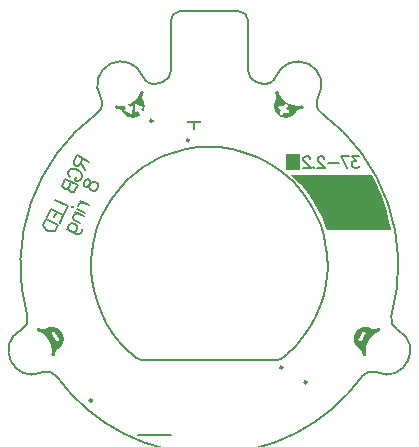
<source format=gbo>
G04*
G04 #@! TF.GenerationSoftware,Altium Limited,Altium Designer,21.8.1 (53)*
G04*
G04 Layer_Color=32896*
%FSAX25Y25*%
%MOIN*%
G70*
G04*
G04 #@! TF.SameCoordinates,0877F43B-692F-42B8-B247-028E53A2D651*
G04*
G04*
G04 #@! TF.FilePolarity,Positive*
G04*
G01*
G75*
%ADD11C,0.00787*%
%ADD40C,0.00984*%
%ADD70C,0.00394*%
%ADD71C,0.00630*%
%ADD72R,0.04909X0.05450*%
G36*
X-0057418Y-0022624D02*
X-0057440Y-0022565D01*
X-0057455Y-0022503D01*
X-0057463Y-0022441D01*
X-0057464Y-0022377D01*
X-0057459Y-0022314D01*
X-0057446Y-0022252D01*
X-0057426Y-0022192D01*
X-0057399Y-0022134D01*
X-0057367Y-0022080D01*
X-0057328Y-0022030D01*
X-0057284Y-0021984D01*
X-0057235Y-0021944D01*
X-0057182Y-0021909D01*
X-0057126Y-0021881D01*
X-0057066Y-0021859D01*
X-0057005Y-0021843D01*
X-0056942Y-0021835D01*
X-0056879Y-0021834D01*
X-0056816Y-0021840D01*
X-0056754Y-0021853D01*
X-0056707Y-0021868D01*
X-0056707Y-0021868D01*
X-0056707Y-0021868D01*
X-0056654Y-0021887D01*
X-0056418Y-0021979D01*
X-0056186Y-0022078D01*
X-0056186Y-0022078D01*
X-0056186Y-0022078D01*
X-0056183Y-0022079D01*
X-0056182Y-0022079D01*
X-0056120Y-0022106D01*
X-0056007Y-0022148D01*
X-0055892Y-0022183D01*
X-0055775Y-0022210D01*
X-0055656Y-0022231D01*
X-0055536Y-0022244D01*
X-0055416Y-0022250D01*
X-0055295Y-0022249D01*
X-0055175Y-0022241D01*
X-0055056Y-0022225D01*
X-0054937Y-0022202D01*
X-0054821Y-0022172D01*
X-0054706Y-0022135D01*
X-0054594Y-0022091D01*
X-0054485Y-0022041D01*
X-0054394Y-0021992D01*
X-0054394Y-0021992D01*
X-0054273Y-0021926D01*
X-0054120Y-0021850D01*
X-0053964Y-0021782D01*
X-0053805Y-0021720D01*
X-0053643Y-0021665D01*
X-0053479Y-0021617D01*
X-0053314Y-0021577D01*
X-0053146Y-0021543D01*
X-0052978Y-0021517D01*
X-0052808Y-0021499D01*
X-0052638Y-0021488D01*
X-0052467Y-0021484D01*
X-0052296Y-0021488D01*
X-0052126Y-0021499D01*
X-0051956Y-0021517D01*
X-0051788Y-0021543D01*
X-0051620Y-0021577D01*
X-0051455Y-0021617D01*
X-0051291Y-0021665D01*
X-0051129Y-0021720D01*
X-0050970Y-0021782D01*
X-0050814Y-0021850D01*
X-0050661Y-0021926D01*
X-0050511Y-0022008D01*
X-0050365Y-0022097D01*
X-0050223Y-0022191D01*
X-0050086Y-0022292D01*
X-0049952Y-0022399D01*
X-0049824Y-0022512D01*
X-0049701Y-0022630D01*
X-0049583Y-0022753D01*
X-0049470Y-0022881D01*
X-0049363Y-0023014D01*
X-0049262Y-0023152D01*
X-0049168Y-0023294D01*
X-0049079Y-0023440D01*
X-0048997Y-0023589D01*
X-0048921Y-0023743D01*
X-0048853Y-0023899D01*
X-0048791Y-0024058D01*
X-0048736Y-0024219D01*
X-0048688Y-0024383D01*
X-0048648Y-0024549D01*
X-0048614Y-0024717D01*
X-0048588Y-0024885D01*
X-0048570Y-0025055D01*
X-0048559Y-0025225D01*
X-0048555Y-0025396D01*
X-0048559Y-0025567D01*
X-0048570Y-0025737D01*
X-0048588Y-0025907D01*
X-0048614Y-0026075D01*
X-0048648Y-0026243D01*
X-0048688Y-0026408D01*
X-0048736Y-0026572D01*
X-0048791Y-0026734D01*
X-0048853Y-0026893D01*
X-0048921Y-0027049D01*
X-0048997Y-0027202D01*
X-0049079Y-0027352D01*
X-0049168Y-0027498D01*
X-0049262Y-0027640D01*
X-0049363Y-0027777D01*
X-0049470Y-0027910D01*
X-0049583Y-0028039D01*
X-0049701Y-0028162D01*
X-0049824Y-0028280D01*
X-0049952Y-0028393D01*
X-0050086Y-0028499D01*
X-0050223Y-0028600D01*
X-0050365Y-0028695D01*
X-0050485Y-0028768D01*
X-0050485Y-0028768D01*
X-0050575Y-0028824D01*
X-0050673Y-0028893D01*
X-0050767Y-0028968D01*
X-0050857Y-0029049D01*
X-0050941Y-0029135D01*
X-0051020Y-0029226D01*
X-0051093Y-0029322D01*
X-0051161Y-0029421D01*
X-0051222Y-0029525D01*
X-0051277Y-0029632D01*
X-0051325Y-0029743D01*
X-0051367Y-0029856D01*
X-0051402Y-0029971D01*
X-0051429Y-0030088D01*
X-0051450Y-0030207D01*
X-0051457Y-0030273D01*
X-0051457Y-0030273D01*
X-0051458Y-0030277D01*
X-0051458Y-0030277D01*
X-0051487Y-0030520D01*
X-0051525Y-0030770D01*
X-0051535Y-0030825D01*
X-0051535Y-0030825D01*
X-0051535Y-0030825D01*
X-0051535Y-0030825D01*
X-0051546Y-0030873D01*
X-0051565Y-0030933D01*
X-0051591Y-0030990D01*
X-0051624Y-0031044D01*
X-0051662Y-0031095D01*
X-0051706Y-0031140D01*
X-0051755Y-0031180D01*
X-0051808Y-0031215D01*
X-0051864Y-0031243D01*
X-0051923Y-0031265D01*
X-0051984Y-0031280D01*
X-0052047Y-0031288D01*
X-0052110Y-0031290D01*
X-0052173Y-0031284D01*
X-0052235Y-0031271D01*
X-0052294Y-0031251D01*
X-0052352Y-0031225D01*
X-0052406Y-0031192D01*
X-0052456Y-0031154D01*
X-0052501Y-0031110D01*
X-0052542Y-0031062D01*
X-0052576Y-0031009D01*
X-0052605Y-0030953D01*
X-0052627Y-0030893D01*
X-0052642Y-0030832D01*
X-0052650Y-0030770D01*
X-0052651Y-0030707D01*
X-0052645Y-0030644D01*
X-0052642Y-0030630D01*
X-0052643Y-0030630D01*
X-0052643Y-0030629D01*
X-0052629Y-0030556D01*
X-0052596Y-0030332D01*
X-0052570Y-0030107D01*
X-0052552Y-0029881D01*
X-0052541Y-0029655D01*
X-0052537Y-0029429D01*
X-0052541Y-0029203D01*
X-0052552Y-0028977D01*
X-0052570Y-0028751D01*
X-0052596Y-0028526D01*
X-0052629Y-0028303D01*
X-0052670Y-0028080D01*
X-0052718Y-0027859D01*
X-0052773Y-0027639D01*
X-0052835Y-0027422D01*
X-0052904Y-0027206D01*
X-0052980Y-0026993D01*
X-0053063Y-0026783D01*
X-0053154Y-0026575D01*
X-0053250Y-0026370D01*
X-0053354Y-0026169D01*
X-0053464Y-0025971D01*
X-0053580Y-0025777D01*
X-0053703Y-0025587D01*
X-0053831Y-0025401D01*
X-0053966Y-0025219D01*
X-0054107Y-0025042D01*
X-0054253Y-0024869D01*
X-0054405Y-0024702D01*
X-0054563Y-0024539D01*
X-0054725Y-0024382D01*
X-0054893Y-0024230D01*
X-0055066Y-0024083D01*
X-0055243Y-0023943D01*
X-0055424Y-0023808D01*
X-0055611Y-0023679D01*
X-0055801Y-0023556D01*
X-0055995Y-0023440D01*
X-0056193Y-0023330D01*
X-0056394Y-0023227D01*
X-0056599Y-0023130D01*
X-0056806Y-0023040D01*
X-0057017Y-0022957D01*
X-0057092Y-0022930D01*
X-0057092Y-0022930D01*
X-0057092Y-0022929D01*
X-0057106Y-0022924D01*
X-0057164Y-0022898D01*
X-0057218Y-0022865D01*
X-0057268Y-0022827D01*
X-0057314Y-0022783D01*
X-0057354Y-0022734D01*
X-0057389Y-0022681D01*
X-0057418Y-0022624D01*
D02*
G37*
G36*
X-0021984Y0056826D02*
X-0021962Y0056767D01*
X-0021947Y0056705D01*
X-0021938Y0056643D01*
X-0021937Y0056579D01*
X-0021943Y0056516D01*
X-0021956Y0056454D01*
X-0021971Y0056407D01*
X-0021971Y0056407D01*
X-0021971Y0056407D01*
X-0021990Y0056354D01*
X-0022082Y0056119D01*
X-0022181Y0055887D01*
X-0022181Y0055887D01*
X-0022181Y0055887D01*
X-0022183Y0055883D01*
X-0022183Y0055883D01*
X-0022210Y0055821D01*
X-0022251Y0055708D01*
X-0022286Y0055593D01*
X-0022314Y0055475D01*
X-0022334Y0055357D01*
X-0022347Y0055237D01*
X-0022354Y0055116D01*
X-0022352Y0054996D01*
X-0022344Y0054876D01*
X-0022328Y0054756D01*
X-0022305Y0054638D01*
X-0022275Y0054521D01*
X-0022238Y0054407D01*
X-0022194Y0054295D01*
X-0022144Y0054185D01*
X-0022095Y0054094D01*
X-0022095Y0054094D01*
X-0022029Y0053974D01*
X-0021954Y0053821D01*
X-0021885Y0053665D01*
X-0021823Y0053505D01*
X-0021768Y0053344D01*
X-0021720Y0053180D01*
X-0021680Y0053014D01*
X-0021647Y0052847D01*
X-0021621Y0052678D01*
X-0021602Y0052508D01*
X-0021591Y0052338D01*
X-0021587Y0052168D01*
X-0021591Y0051997D01*
X-0021602Y0051827D01*
X-0021621Y0051657D01*
X-0021647Y0051488D01*
X-0021680Y0051321D01*
X-0021720Y0051155D01*
X-0021768Y0050991D01*
X-0021823Y0050830D01*
X-0021885Y0050670D01*
X-0021954Y0050514D01*
X-0022029Y0050361D01*
X-0022111Y0050212D01*
X-0022200Y0050066D01*
X-0022206Y0050057D01*
X-0022859Y0051188D01*
X-0022199Y0051569D01*
X-0022199Y0051569D01*
X-0022170Y0051589D01*
X-0022145Y0051613D01*
X-0022124Y0051640D01*
X-0022107Y0051671D01*
X-0022095Y0051704D01*
X-0022089Y0051738D01*
X-0022088Y0051773D01*
X-0022093Y0051808D01*
X-0022103Y0051841D01*
X-0022118Y0051873D01*
X-0022137Y0051902D01*
X-0022161Y0051927D01*
X-0022189Y0051948D01*
X-0022220Y0051965D01*
X-0022223Y0051966D01*
X-0022223Y0051966D01*
X-0024334Y0052869D01*
X-0024334Y0052869D01*
X-0024363Y0052879D01*
X-0024398Y0052886D01*
X-0024433Y0052887D01*
X-0024467Y0052882D01*
X-0024501Y0052872D01*
X-0024532Y0052857D01*
X-0024561Y0052837D01*
X-0024587Y0052813D01*
X-0024608Y0052786D01*
X-0024624Y0052755D01*
X-0024636Y0052722D01*
X-0024642Y0052692D01*
X-0024642Y0052691D01*
X-0024918Y0050410D01*
X-0024918Y0050410D01*
X-0024918Y0050407D01*
X-0024919Y0050372D01*
X-0024915Y0050337D01*
X-0024905Y0050304D01*
X-0024890Y0050272D01*
X-0024870Y0050244D01*
X-0024846Y0050218D01*
X-0024818Y0050197D01*
X-0024788Y0050180D01*
X-0024755Y0050169D01*
X-0024720Y0050162D01*
X-0024685Y0050161D01*
X-0024651Y0050166D01*
X-0024617Y0050176D01*
X-0024586Y0050191D01*
X-0024586Y0050191D01*
X-0023926Y0050572D01*
X-0023075Y0049098D01*
X-0023118Y0049064D01*
X-0023255Y0048963D01*
X-0023397Y0048868D01*
X-0023543Y0048780D01*
X-0023693Y0048698D01*
X-0023846Y0048622D01*
X-0024002Y0048553D01*
X-0024161Y0048492D01*
X-0024323Y0048437D01*
X-0024487Y0048389D01*
X-0024652Y0048348D01*
X-0024820Y0048315D01*
X-0024988Y0048289D01*
X-0025158Y0048270D01*
X-0025328Y0048259D01*
X-0025499Y0048256D01*
X-0025670Y0048259D01*
X-0025840Y0048270D01*
X-0026010Y0048289D01*
X-0026178Y0048315D01*
X-0026346Y0048348D01*
X-0026512Y0048389D01*
X-0026675Y0048437D01*
X-0026837Y0048492D01*
X-0026996Y0048553D01*
X-0027152Y0048622D01*
X-0027305Y0048698D01*
X-0027455Y0048780D01*
X-0027601Y0048868D01*
X-0027743Y0048963D01*
X-0027880Y0049064D01*
X-0028014Y0049171D01*
X-0028142Y0049283D01*
X-0028265Y0049401D01*
X-0028383Y0049525D01*
X-0028496Y0049653D01*
X-0028603Y0049786D01*
X-0028704Y0049924D01*
X-0028798Y0050066D01*
X-0028871Y0050186D01*
X-0028872Y0050186D01*
Y0050186D01*
X-0028871Y0050186D01*
X-0028927Y0050275D01*
X-0028996Y0050374D01*
X-0029071Y0050468D01*
X-0029152Y0050557D01*
X-0029238Y0050642D01*
X-0029329Y0050721D01*
X-0029425Y0050794D01*
X-0029525Y0050861D01*
X-0029628Y0050923D01*
X-0029736Y0050977D01*
X-0029846Y0051026D01*
X-0029959Y0051068D01*
X-0030074Y0051102D01*
X-0030192Y0051130D01*
X-0030310Y0051150D01*
X-0030376Y0051158D01*
X-0030376Y0051158D01*
X-0030380Y0051158D01*
X-0030380Y0051158D01*
X-0030623Y0051188D01*
X-0030873Y0051226D01*
X-0030928Y0051236D01*
X-0030928Y0051236D01*
X-0030928Y0051236D01*
X-0030976Y0051246D01*
X-0031036Y0051266D01*
X-0031094Y0051292D01*
X-0031148Y0051325D01*
X-0031198Y0051363D01*
X-0031243Y0051407D01*
X-0031283Y0051455D01*
X-0031318Y0051508D01*
X-0031346Y0051565D01*
X-0031368Y0051624D01*
X-0031383Y0051685D01*
X-0031392Y0051748D01*
X-0031393Y0051811D01*
X-0031387Y0051873D01*
X-0031374Y0051935D01*
X-0031354Y0051995D01*
X-0031328Y0052052D01*
X-0031296Y0052106D01*
X-0031257Y0052157D01*
X-0031213Y0052202D01*
X-0031165Y0052242D01*
X-0031112Y0052277D01*
X-0031056Y0052305D01*
X-0030997Y0052327D01*
X-0030935Y0052342D01*
X-0030873Y0052350D01*
X-0030810Y0052352D01*
X-0030747Y0052346D01*
X-0030733Y0052343D01*
X-0030733Y0052343D01*
X-0030733Y0052343D01*
X-0030659Y0052330D01*
X-0030435Y0052297D01*
X-0030210Y0052271D01*
X-0029985Y0052253D01*
X-0029759Y0052241D01*
X-0029532Y0052238D01*
X-0029306Y0052241D01*
X-0029080Y0052253D01*
X-0028855Y0052271D01*
X-0028630Y0052297D01*
X-0028406Y0052330D01*
X-0028346Y0052341D01*
X-0027626Y0051093D01*
X-0028286Y0050712D01*
X-0028286Y0050712D01*
X-0028315Y0050692D01*
X-0028340Y0050668D01*
X-0028361Y0050640D01*
X-0028378Y0050610D01*
X-0028390Y0050577D01*
X-0028396Y0050542D01*
X-0028397Y0050508D01*
X-0028392Y0050473D01*
X-0028382Y0050440D01*
X-0028367Y0050408D01*
X-0028348Y0050379D01*
X-0028324Y0050354D01*
X-0028296Y0050333D01*
X-0028265Y0050316D01*
X-0028262Y0050315D01*
X-0028262Y0050315D01*
X-0026151Y0049412D01*
X-0026151Y0049412D01*
X-0026121Y0049402D01*
X-0026087Y0049395D01*
X-0026052Y0049394D01*
X-0026017Y0049399D01*
X-0025984Y0049409D01*
X-0025953Y0049424D01*
X-0025924Y0049444D01*
X-0025898Y0049468D01*
X-0025877Y0049495D01*
X-0025861Y0049526D01*
X-0025849Y0049559D01*
X-0025843Y0049589D01*
X-0025843Y0049590D01*
X-0025567Y0051871D01*
X-0025567Y0051871D01*
X-0025567Y0051874D01*
X-0025566Y0051909D01*
X-0025570Y0051943D01*
X-0025580Y0051977D01*
X-0025595Y0052008D01*
X-0025615Y0052037D01*
X-0025639Y0052063D01*
X-0025667Y0052084D01*
X-0025697Y0052100D01*
X-0025730Y0052112D01*
X-0025765Y0052118D01*
X-0025800Y0052119D01*
X-0025834Y0052115D01*
X-0025868Y0052105D01*
X-0025899Y0052090D01*
X-0025899Y0052090D01*
X-0026559Y0051709D01*
X-0027116Y0052674D01*
X-0027096Y0052681D01*
X-0026886Y0052764D01*
X-0026678Y0052854D01*
X-0026474Y0052951D01*
X-0026272Y0053054D01*
X-0026074Y0053164D01*
X-0025880Y0053281D01*
X-0025690Y0053403D01*
X-0025504Y0053532D01*
X-0025322Y0053667D01*
X-0025145Y0053807D01*
X-0024972Y0053954D01*
X-0024805Y0054106D01*
X-0024642Y0054263D01*
X-0024485Y0054426D01*
X-0024333Y0054594D01*
X-0024186Y0054766D01*
X-0024046Y0054943D01*
X-0023911Y0055125D01*
X-0023782Y0055311D01*
X-0023660Y0055501D01*
X-0023543Y0055696D01*
X-0023433Y0055893D01*
X-0023330Y0056095D01*
X-0023233Y0056299D01*
X-0023143Y0056507D01*
X-0023060Y0056717D01*
X-0023033Y0056792D01*
X-0023033Y0056793D01*
X-0023032Y0056793D01*
X-0023028Y0056807D01*
X-0023001Y0056864D01*
X-0022968Y0056919D01*
X-0022930Y0056969D01*
X-0022886Y0057015D01*
X-0022837Y0057055D01*
X-0022784Y0057090D01*
X-0022728Y0057118D01*
X-0022668Y0057140D01*
X-0022607Y0057156D01*
X-0022544Y0057164D01*
X-0022480Y0057165D01*
X-0022417Y0057159D01*
X-0022355Y0057146D01*
X-0022295Y0057126D01*
X-0022238Y0057100D01*
X-0022183Y0057067D01*
X-0022133Y0057029D01*
X-0022087Y0056985D01*
X-0022047Y0056936D01*
X-0022012Y0056883D01*
X-0021984Y0056826D01*
D02*
G37*
G36*
X-0002756Y0046555D02*
X-0002756Y0047047D01*
X-0007480D01*
Y0046555D01*
X-0005315D01*
Y0044193D01*
X-0004921D01*
X-0004921Y0046555D01*
X-0002756Y0046555D01*
D02*
G37*
G36*
X0052137Y-0031073D02*
X0052096Y-0031122D01*
X0052051Y-0031166D01*
X0052000Y-0031204D01*
X0051946Y-0031237D01*
X0051888Y-0031263D01*
X0051828Y-0031283D01*
X0051766Y-0031296D01*
X0051703Y-0031302D01*
X0051640Y-0031301D01*
X0051577Y-0031293D01*
X0051516Y-0031277D01*
X0051456Y-0031255D01*
X0051399Y-0031227D01*
X0051346Y-0031192D01*
X0051298Y-0031152D01*
X0051254Y-0031106D01*
X0051215Y-0031056D01*
X0051183Y-0031001D01*
X0051156Y-0030944D01*
X0051136Y-0030884D01*
X0051126Y-0030836D01*
X0051126Y-0030836D01*
X0051126Y-0030836D01*
X0051116Y-0030780D01*
X0051078Y-0030530D01*
X0051047Y-0030280D01*
X0051047Y-0030280D01*
X0051047Y-0030280D01*
X0051047Y-0030276D01*
X0051047Y-0030276D01*
X0051039Y-0030208D01*
X0051019Y-0030090D01*
X0050991Y-0029972D01*
X0050957Y-0029857D01*
X0050915Y-0029744D01*
X0050867Y-0029634D01*
X0050812Y-0029526D01*
X0050750Y-0029423D01*
X0050683Y-0029323D01*
X0050610Y-0029227D01*
X0050531Y-0029136D01*
X0050446Y-0029050D01*
X0050357Y-0028969D01*
X0050263Y-0028894D01*
X0050165Y-0028825D01*
X0050077Y-0028770D01*
X0050077Y-0028770D01*
X0049959Y-0028699D01*
X0049818Y-0028604D01*
X0049680Y-0028503D01*
X0049547Y-0028396D01*
X0049419Y-0028284D01*
X0049295Y-0028166D01*
X0049177Y-0028043D01*
X0049065Y-0027914D01*
X0048958Y-0027781D01*
X0048857Y-0027644D01*
X0048762Y-0027502D01*
X0048674Y-0027356D01*
X0048592Y-0027206D01*
X0048516Y-0027053D01*
X0048447Y-0026897D01*
X0048385Y-0026738D01*
X0048331Y-0026576D01*
X0048283Y-0026412D01*
X0048242Y-0026247D01*
X0048209Y-0026079D01*
X0048183Y-0025910D01*
X0048164Y-0025741D01*
X0048153Y-0025570D01*
X0048149Y-0025400D01*
X0048153Y-0025229D01*
X0048164Y-0025059D01*
X0048183Y-0024889D01*
X0048209Y-0024721D01*
X0048242Y-0024553D01*
X0048283Y-0024387D01*
X0048331Y-0024224D01*
X0048385Y-0024062D01*
X0048447Y-0023903D01*
X0048516Y-0023747D01*
X0048592Y-0023594D01*
X0048674Y-0023444D01*
X0048762Y-0023298D01*
X0048857Y-0023156D01*
X0048958Y-0023018D01*
X0049065Y-0022885D01*
X0049177Y-0022757D01*
X0049295Y-0022634D01*
X0049419Y-0022516D01*
X0049547Y-0022403D01*
X0049680Y-0022296D01*
X0049818Y-0022195D01*
X0049960Y-0022100D01*
X0050106Y-0022012D01*
X0050255Y-0021930D01*
X0050408Y-0021854D01*
X0050564Y-0021786D01*
X0050723Y-0021724D01*
X0050885Y-0021669D01*
X0051049Y-0021621D01*
X0051215Y-0021581D01*
X0051382Y-0021547D01*
X0051551Y-0021521D01*
X0051720Y-0021503D01*
X0051891Y-0021492D01*
X0052061Y-0021488D01*
X0052232Y-0021492D01*
X0052402Y-0021503D01*
X0052572Y-0021521D01*
X0052741Y-0021547D01*
X0052908Y-0021581D01*
X0053074Y-0021621D01*
X0053238Y-0021669D01*
X0053399Y-0021724D01*
X0053558Y-0021786D01*
X0053715Y-0021854D01*
X0053868Y-0021930D01*
X0053991Y-0021997D01*
X0053991Y-0021997D01*
X0054084Y-0022047D01*
X0054193Y-0022098D01*
X0054305Y-0022142D01*
X0054420Y-0022179D01*
X0054537Y-0022209D01*
X0054655Y-0022232D01*
X0054774Y-0022247D01*
X0054895Y-0022256D01*
X0055015Y-0022257D01*
X0055135Y-0022251D01*
X0055255Y-0022238D01*
X0055374Y-0022217D01*
X0055491Y-0022189D01*
X0055606Y-0022155D01*
X0055720Y-0022113D01*
X0055780Y-0022087D01*
X0055780Y-0022087D01*
X0055784Y-0022085D01*
X0055784Y-0022085D01*
X0056009Y-0021989D01*
X0056245Y-0021897D01*
X0056297Y-0021879D01*
X0056297Y-0021878D01*
Y-0021878D01*
X0056297Y-0021879D01*
X0056344Y-0021863D01*
X0056406Y-0021850D01*
X0056469Y-0021844D01*
X0056532Y-0021846D01*
X0056594Y-0021854D01*
X0056656Y-0021869D01*
X0056715Y-0021891D01*
X0056771Y-0021919D01*
X0056824Y-0021954D01*
X0056872Y-0021994D01*
X0056916Y-0022040D01*
X0056955Y-0022090D01*
X0056987Y-0022144D01*
X0057013Y-0022201D01*
X0057033Y-0022261D01*
X0057046Y-0022323D01*
X0057052Y-0022386D01*
X0057051Y-0022449D01*
X0057042Y-0022511D01*
X0057027Y-0022572D01*
X0057005Y-0022632D01*
X0056977Y-0022688D01*
X0056942Y-0022741D01*
X0056902Y-0022789D01*
X0056857Y-0022833D01*
X0056807Y-0022871D01*
X0056753Y-0022904D01*
X0056695Y-0022930D01*
X0056682Y-0022935D01*
X0056682Y-0022935D01*
X0056682Y-0022935D01*
X0056611Y-0022961D01*
X0056401Y-0023044D01*
X0056193Y-0023134D01*
X0055989Y-0023231D01*
X0055787Y-0023334D01*
X0055589Y-0023444D01*
X0055395Y-0023560D01*
X0055205Y-0023683D01*
X0055019Y-0023812D01*
X0054837Y-0023946D01*
X0054660Y-0024087D01*
X0054487Y-0024234D01*
X0054320Y-0024386D01*
X0054157Y-0024543D01*
X0054000Y-0024706D01*
X0053848Y-0024873D01*
X0053701Y-0025046D01*
X0053561Y-0025223D01*
X0053426Y-0025405D01*
X0053297Y-0025591D01*
X0053174Y-0025781D01*
X0053058Y-0025975D01*
X0052948Y-0026173D01*
X0052845Y-0026374D01*
X0052748Y-0026579D01*
X0052658Y-0026787D01*
X0052575Y-0026997D01*
X0052499Y-0027210D01*
X0052429Y-0027426D01*
X0052367Y-0027643D01*
X0052312Y-0027863D01*
X0052264Y-0028084D01*
X0052224Y-0028306D01*
X0052191Y-0028530D01*
X0052165Y-0028755D01*
X0052146Y-0028981D01*
X0052135Y-0029207D01*
X0052132Y-0029433D01*
X0052135Y-0029659D01*
X0052146Y-0029885D01*
X0052165Y-0030111D01*
X0052191Y-0030336D01*
X0052224Y-0030560D01*
X0052238Y-0030638D01*
X0052238Y-0030639D01*
X0052238Y-0030639D01*
X0052241Y-0030653D01*
X0052247Y-0030716D01*
X0052245Y-0030780D01*
X0052237Y-0030843D01*
X0052222Y-0030904D01*
X0052200Y-0030963D01*
X0052171Y-0031020D01*
X0052137Y-0031073D01*
D02*
G37*
G36*
X0027123Y0029149D02*
X0028135Y0028249D01*
X0030061Y0026347D01*
X0031849Y0024316D01*
X0033492Y0022164D01*
X0034980Y0019903D01*
X0036307Y0017543D01*
X0037466Y0015097D01*
X0038452Y0012576D01*
X0038878Y0011291D01*
X0038878Y0011291D01*
X0060466Y0011291D01*
X0060009Y0013628D01*
X0058746Y0018220D01*
X0057141Y0022704D01*
X0055202Y0027054D01*
X0054071Y0029149D01*
X0054071Y0029149D01*
X0027123Y0029149D01*
D02*
G37*
G36*
X0022045Y0056929D02*
X0022085Y0056978D01*
X0022130Y0057022D01*
X0022181Y0057060D01*
X0022234Y0057093D01*
X0022292Y0057119D01*
X0022352Y0057139D01*
X0022413Y0057152D01*
X0022476Y0057157D01*
X0022539Y0057156D01*
X0022602Y0057148D01*
X0022663Y0057133D01*
X0022722Y0057111D01*
X0022779Y0057082D01*
X0022831Y0057048D01*
X0022880Y0057008D01*
X0022924Y0056962D01*
X0022962Y0056912D01*
X0022995Y0056858D01*
X0023021Y0056801D01*
X0023025Y0056788D01*
X0023026Y0056788D01*
X0023026Y0056787D01*
X0023051Y0056717D01*
X0023135Y0056506D01*
X0023225Y0056299D01*
X0023321Y0056094D01*
X0023425Y0055893D01*
X0023535Y0055695D01*
X0023651Y0055501D01*
X0023774Y0055311D01*
X0023902Y0055125D01*
X0024037Y0054943D01*
X0024178Y0054765D01*
X0024324Y0054593D01*
X0024476Y0054425D01*
X0024634Y0054263D01*
X0024796Y0054105D01*
X0024964Y0053953D01*
X0025137Y0053807D01*
X0025314Y0053666D01*
X0025496Y0053531D01*
X0025682Y0053403D01*
X0025872Y0053280D01*
X0026066Y0053164D01*
X0026264Y0053054D01*
X0026465Y0052950D01*
X0026670Y0052854D01*
X0026877Y0052763D01*
X0027088Y0052680D01*
X0027301Y0052604D01*
X0027516Y0052535D01*
X0027734Y0052473D01*
X0027953Y0052418D01*
X0028175Y0052370D01*
X0028397Y0052329D01*
X0028621Y0052296D01*
X0028846Y0052270D01*
X0029072Y0052252D01*
X0029298Y0052241D01*
X0029524Y0052237D01*
X0029750Y0052241D01*
X0029976Y0052252D01*
X0030202Y0052270D01*
X0030427Y0052296D01*
X0030650Y0052329D01*
X0030729Y0052344D01*
X0030729Y0052344D01*
X0030730Y0052343D01*
X0030744Y0052346D01*
X0030807Y0052352D01*
X0030871Y0052351D01*
X0030933Y0052343D01*
X0030995Y0052327D01*
X0031054Y0052305D01*
X0031111Y0052277D01*
X0031164Y0052242D01*
X0031213Y0052202D01*
X0031256Y0052156D01*
X0031295Y0052106D01*
X0031328Y0052052D01*
X0031354Y0051994D01*
X0031374Y0051934D01*
X0031387Y0051872D01*
X0031393Y0051809D01*
X0031392Y0051745D01*
X0031383Y0051683D01*
X0031368Y0051621D01*
X0031346Y0051562D01*
X0031318Y0051505D01*
X0031283Y0051452D01*
X0031242Y0051403D01*
X0031197Y0051359D01*
X0031147Y0051321D01*
X0031092Y0051288D01*
X0031035Y0051262D01*
X0030975Y0051242D01*
X0030926Y0051232D01*
X0030926Y0051232D01*
X0030926Y0051232D01*
X0030871Y0051222D01*
X0030621Y0051183D01*
X0030371Y0051153D01*
X0030371D01*
D01*
X0030371Y0051153D01*
X0030367Y0051153D01*
X0030366Y0051152D01*
X0030299Y0051145D01*
X0030180Y0051125D01*
X0030063Y0051097D01*
X0029948Y0051062D01*
X0029835Y0051021D01*
X0029724Y0050972D01*
X0029617Y0050917D01*
X0029513Y0050856D01*
X0029414Y0050789D01*
X0029318Y0050715D01*
X0029227Y0050636D01*
X0029141Y0050552D01*
X0029060Y0050463D01*
X0028985Y0050368D01*
X0028916Y0050270D01*
X0028861Y0050182D01*
X0028861Y0050182D01*
X0028790Y0050065D01*
X0028695Y0049923D01*
X0028594Y0049786D01*
X0028487Y0049652D01*
X0028375Y0049524D01*
X0028257Y0049401D01*
X0028133Y0049283D01*
X0028005Y0049170D01*
X0027872Y0049063D01*
X0027734Y0048963D01*
X0027593Y0048868D01*
X0027447Y0048779D01*
X0027297Y0048697D01*
X0027144Y0048622D01*
X0026988Y0048553D01*
X0026829Y0048491D01*
X0026667Y0048436D01*
X0026503Y0048388D01*
X0026337Y0048348D01*
X0026170Y0048314D01*
X0026001Y0048289D01*
X0025832Y0048270D01*
X0025661Y0048259D01*
X0025491Y0048255D01*
X0025320Y0048259D01*
X0025150Y0048270D01*
X0024980Y0048289D01*
X0024811Y0048314D01*
X0024644Y0048348D01*
X0024478Y0048388D01*
X0024314Y0048436D01*
X0024153Y0048491D01*
X0023994Y0048553D01*
X0023837Y0048622D01*
X0023684Y0048697D01*
X0023535Y0048779D01*
X0023389Y0048868D01*
X0023247Y0048963D01*
X0023109Y0049063D01*
X0022976Y0049170D01*
X0022848Y0049283D01*
X0022725Y0049401D01*
X0022606Y0049524D01*
X0022494Y0049652D01*
X0022387Y0049786D01*
X0022286Y0049923D01*
X0022191Y0050065D01*
X0022103Y0050211D01*
X0022021Y0050361D01*
X0021945Y0050514D01*
X0021876Y0050670D01*
X0021815Y0050829D01*
X0021760Y0050991D01*
X0021712Y0051155D01*
X0021671Y0051320D01*
X0021638Y0051488D01*
X0021612Y0051656D01*
X0021594Y0051826D01*
X0021582Y0051996D01*
X0021579Y0052167D01*
X0021582Y0052338D01*
X0021594Y0052508D01*
X0021612Y0052678D01*
X0021638Y0052846D01*
X0021671Y0053014D01*
X0021712Y0053180D01*
X0021760Y0053343D01*
X0021815Y0053505D01*
X0021877Y0053664D01*
X0021945Y0053820D01*
X0022021Y0053973D01*
X0022088Y0054097D01*
X0022088Y0054097D01*
X0022138Y0054189D01*
X0022189Y0054299D01*
X0022232Y0054411D01*
X0022269Y0054526D01*
X0022299Y0054642D01*
X0022322Y0054760D01*
X0022338Y0054880D01*
X0022347Y0055000D01*
X0022348Y0055121D01*
X0022342Y0055241D01*
X0022328Y0055361D01*
X0022308Y0055479D01*
X0022280Y0055597D01*
X0022246Y0055712D01*
X0022204Y0055825D01*
X0022178Y0055885D01*
X0022177Y0055886D01*
X0022176Y0055889D01*
X0022176Y0055889D01*
X0022080Y0056115D01*
X0021988Y0056350D01*
X0021969Y0056403D01*
X0021969Y0056403D01*
X0021954Y0056450D01*
X0021941Y0056511D01*
X0021935Y0056574D01*
X0021936Y0056637D01*
X0021945Y0056700D01*
X0021960Y0056761D01*
X0021982Y0056820D01*
X0022010Y0056877D01*
X0022045Y0056929D01*
D02*
G37*
%LPC*%
G36*
X-0052396Y-0023991D02*
X-0052396Y-0023991D01*
X-0051215Y-0026036D01*
X-0051215Y-0026037D01*
X-0051177Y-0026094D01*
X-0051133Y-0026148D01*
X-0051083Y-0026196D01*
X-0051029Y-0026238D01*
X-0050969Y-0026274D01*
X-0050907Y-0026302D01*
X-0050841Y-0026324D01*
X-0050773Y-0026338D01*
X-0050704Y-0026344D01*
X-0050635Y-0026343D01*
X-0050567Y-0026334D01*
X-0050500Y-0026318D01*
X-0050435Y-0026294D01*
X-0050373Y-0026262D01*
X-0050315Y-0026224D01*
X-0050262Y-0026180D01*
X-0050214Y-0026131D01*
X-0050172Y-0026076D01*
X-0050136Y-0026017D01*
X-0050108Y-0025954D01*
X-0050086Y-0025888D01*
X-0050072Y-0025820D01*
X-0050065Y-0025751D01*
X-0050067Y-0025682D01*
X-0050076Y-0025614D01*
X-0050092Y-0025547D01*
X-0050116Y-0025482D01*
X-0050147Y-0025420D01*
X-0050148Y-0025420D01*
X-0051329Y-0023375D01*
X-0051328Y-0023374D01*
X-0051366Y-0023316D01*
X-0051411Y-0023263D01*
X-0051460Y-0023215D01*
X-0051515Y-0023173D01*
X-0051574Y-0023138D01*
X-0051637Y-0023109D01*
X-0051703Y-0023087D01*
X-0051771Y-0023073D01*
X-0051839Y-0023067D01*
X-0051908Y-0023068D01*
X-0051977Y-0023077D01*
X-0052044Y-0023094D01*
X-0052109Y-0023118D01*
X-0052171Y-0023149D01*
X-0052229Y-0023187D01*
X-0052282Y-0023231D01*
X-0052330Y-0023280D01*
X-0052372Y-0023335D01*
X-0052407Y-0023395D01*
X-0052436Y-0023457D01*
X-0052458Y-0023523D01*
X-0052472Y-0023591D01*
X-0052478Y-0023660D01*
X-0052477Y-0023729D01*
X-0052468Y-0023797D01*
X-0052452Y-0023864D01*
X-0052428Y-0023929D01*
X-0052396Y-0023991D01*
D02*
G37*
G36*
X0050809Y-0026041D02*
X0050809Y-0026041D01*
X0051990Y-0023995D01*
X0051990Y-0023995D01*
X0052022Y-0023934D01*
X0052046Y-0023869D01*
X0052062Y-0023802D01*
X0052071Y-0023733D01*
X0052073Y-0023664D01*
X0052066Y-0023595D01*
X0052052Y-0023528D01*
X0052030Y-0023462D01*
X0052002Y-0023399D01*
X0051966Y-0023340D01*
X0051924Y-0023285D01*
X0051876Y-0023235D01*
X0051823Y-0023191D01*
X0051765Y-0023153D01*
X0051703Y-0023122D01*
X0051638Y-0023098D01*
X0051571Y-0023081D01*
X0051503Y-0023072D01*
X0051433Y-0023071D01*
X0051365Y-0023077D01*
X0051297Y-0023092D01*
X0051231Y-0023113D01*
X0051169Y-0023142D01*
X0051109Y-0023178D01*
X0051054Y-0023220D01*
X0051005Y-0023268D01*
X0050960Y-0023321D01*
X0050923Y-0023379D01*
X0050923Y-0023379D01*
X0049742Y-0025425D01*
X0049742Y-0025425D01*
X0049710Y-0025486D01*
X0049686Y-0025551D01*
X0049670Y-0025618D01*
X0049661Y-0025687D01*
X0049659Y-0025756D01*
X0049666Y-0025825D01*
X0049680Y-0025892D01*
X0049702Y-0025958D01*
X0049730Y-0026021D01*
X0049766Y-0026080D01*
X0049808Y-0026135D01*
X0049856Y-0026185D01*
X0049909Y-0026229D01*
X0049967Y-0026267D01*
X0050029Y-0026298D01*
X0050094Y-0026322D01*
X0050161Y-0026339D01*
X0050229Y-0026348D01*
X0050299Y-0026349D01*
X0050367Y-0026342D01*
X0050435Y-0026328D01*
X0050501Y-0026307D01*
X0050564Y-0026278D01*
X0050623Y-0026242D01*
X0050678Y-0026200D01*
X0050727Y-0026152D01*
X0050771Y-0026099D01*
X0050809Y-0026041D01*
D02*
G37*
G36*
X0023074Y0051969D02*
X0023042Y0051907D01*
X0023018Y0051842D01*
X0023002Y0051775D01*
X0022993Y0051707D01*
X0022991Y0051638D01*
X0022998Y0051569D01*
X0023012Y0051501D01*
X0023034Y0051435D01*
X0023062Y0051372D01*
X0023098Y0051313D01*
X0023140Y0051258D01*
X0023188Y0051209D01*
X0023241Y0051165D01*
X0023299Y0051127D01*
X0023300Y0051127D01*
X0023959Y0050746D01*
X0023578Y0050086D01*
X0023578Y0050086D01*
X0023547Y0050025D01*
X0023523Y0049960D01*
X0023506Y0049893D01*
X0023497Y0049824D01*
X0023496Y0049755D01*
X0023502Y0049686D01*
X0023516Y0049619D01*
X0023538Y0049553D01*
X0023567Y0049490D01*
X0023603Y0049431D01*
X0023645Y0049376D01*
X0023693Y0049326D01*
X0023746Y0049282D01*
X0023804Y0049244D01*
X0023865Y0049213D01*
X0023930Y0049189D01*
X0023997Y0049172D01*
X0024066Y0049163D01*
X0024135Y0049162D01*
X0024204Y0049169D01*
X0024271Y0049183D01*
X0024337Y0049204D01*
X0024400Y0049233D01*
X0024459Y0049269D01*
X0024514Y0049311D01*
X0024564Y0049359D01*
X0024608Y0049412D01*
X0024646Y0049470D01*
X0024645Y0049470D01*
X0025026Y0050130D01*
X0025686Y0049749D01*
X0025686Y0049749D01*
X0025748Y0049718D01*
X0025813Y0049694D01*
X0025880Y0049677D01*
X0025948Y0049668D01*
X0026017Y0049667D01*
X0026086Y0049673D01*
X0026154Y0049687D01*
X0026219Y0049709D01*
X0026282Y0049738D01*
X0026342Y0049773D01*
X0026396Y0049815D01*
X0026446Y0049863D01*
X0026490Y0049916D01*
X0026528Y0049974D01*
X0026559Y0050036D01*
X0026583Y0050101D01*
X0026600Y0050168D01*
X0026609Y0050236D01*
X0026610Y0050306D01*
X0026604Y0050375D01*
X0026590Y0050442D01*
X0026568Y0050508D01*
X0026539Y0050571D01*
X0026504Y0050630D01*
X0026461Y0050685D01*
X0026414Y0050735D01*
X0026360Y0050779D01*
X0026302Y0050817D01*
X0026302Y0050816D01*
X0025642Y0051197D01*
X0026023Y0051857D01*
X0026024Y0051857D01*
X0026055Y0051918D01*
X0026079Y0051983D01*
X0026096Y0052050D01*
X0026105Y0052119D01*
X0026106Y0052188D01*
X0026100Y0052257D01*
X0026085Y0052324D01*
X0026064Y0052390D01*
X0026035Y0052453D01*
X0025999Y0052512D01*
X0025957Y0052567D01*
X0025909Y0052617D01*
X0025856Y0052661D01*
X0025798Y0052699D01*
X0025736Y0052730D01*
X0025671Y0052754D01*
X0025604Y0052771D01*
X0025536Y0052780D01*
X0025467Y0052781D01*
X0025398Y0052775D01*
X0025330Y0052760D01*
X0025265Y0052739D01*
X0025202Y0052710D01*
X0025142Y0052674D01*
X0025088Y0052632D01*
X0025038Y0052584D01*
X0024994Y0052531D01*
X0024956Y0052473D01*
X0024956Y0052473D01*
X0024575Y0051813D01*
X0023915Y0052194D01*
X0023916Y0052194D01*
X0023854Y0052226D01*
X0023789Y0052250D01*
X0023722Y0052266D01*
X0023654Y0052275D01*
X0023584Y0052277D01*
X0023516Y0052270D01*
X0023448Y0052256D01*
X0023382Y0052235D01*
X0023319Y0052206D01*
X0023260Y0052170D01*
X0023205Y0052128D01*
X0023156Y0052080D01*
X0023111Y0052027D01*
X0023074Y0051969D01*
D02*
G37*
%LPD*%
D11*
X-0023659Y-0057579D02*
X-0012859D01*
X-0024319Y-0031866D02*
G03*
X-0022417Y-0032653I0001897J0001892D01*
G01*
X0021768Y-0032650D02*
G03*
X0025181Y-0031236I-0000007J0004845D01*
G01*
X-0062660Y-0022428D02*
G03*
X-0060669Y-0017867I-0001801J0003501D01*
G01*
X-0062660Y-0022428D02*
G03*
X-0055813Y-0036604I0003601J-0007002D01*
G01*
X-0051003Y-0037880D02*
G03*
X-0055813Y-0036604I-0003187J-0002311D01*
G01*
X-0051003Y-0037880D02*
G03*
X0050995Y-0037880I0050999J0036974D01*
G01*
X0055805Y-0036604D02*
G03*
X0050995Y-0037880I-0001623J-0003587D01*
G01*
X0060661Y-0017867D02*
G03*
X0062652Y-0022428I0003792J-0001060D01*
G01*
X0055805Y-0036604D02*
G03*
X0062652Y-0022428I0003246J0007174D01*
G01*
X0060661Y-0017867D02*
G03*
X0037293Y0049857I-0060665J0016961D01*
G01*
X0036257Y0055071D02*
G03*
X0037293Y0049857I0003367J-0002041D01*
G01*
X0036257Y0055071D02*
G03*
X0022180Y0061992I-0006733J0004082D01*
G01*
X0017419Y0059628D02*
G03*
X0022180Y0061992I0001089J0003783D01*
G01*
X0017419Y0059628D02*
G03*
X0015709Y0060094I-0017423J-0060534D01*
G01*
X0012894Y0063874D02*
G03*
X0015602Y0060134I0003940J0000003D01*
G01*
X0012894Y0080611D02*
G03*
X0009748Y0083756I-0003145J0000000D01*
G01*
X-0009709D02*
G03*
X-0012854Y0080611I0000000J-0003145D01*
G01*
X-0015563Y0060134D02*
G03*
X-0017427Y0059628I0015559J-0061040D01*
G01*
X-0015563Y0060134D02*
G03*
X-0012854Y0063874I-0001232J0003743D01*
G01*
X-0022188Y0061992D02*
G03*
X-0017427Y0059628I0003672J0001419D01*
G01*
X-0022188Y0061992D02*
G03*
X-0036265Y0055071I-0007344J-0002839D01*
G01*
X-0037301Y0049857D02*
G03*
X-0036265Y0055071I-0002331J0003173D01*
G01*
X-0037301Y0049857D02*
G03*
X-0060669Y-0017867I0037297J-0050763D01*
G01*
X0015709Y0060094D02*
G03*
X0015602Y0060134I-0000180J-0000323D01*
G01*
X-0007784Y0037689D02*
X-0003803Y0038405D01*
X0007709Y0037701D02*
X0009961Y0037185D01*
X-0024272Y0030055D02*
X-0021961Y0031768D01*
X0031988Y0022126D02*
X0034303Y0018421D01*
X0038898Y-0007240D02*
X0039260Y-0004413D01*
X-0038484Y-0009173D02*
X-0037165Y-0013898D01*
X0030996Y-0025181D02*
X0033516Y-0021559D01*
X-0029110Y-0027409D02*
X-0027362Y-0029252D01*
X-0011000Y0036898D02*
X-0007784Y0037689D01*
X0005315Y0038102D02*
X0007709Y0037701D01*
X0028051Y0026752D02*
X0031988Y0022126D01*
X-0035236Y0016713D02*
X-0033457Y0019847D01*
X0038681Y0006461D02*
X0038984Y0004634D01*
X-0039173Y0003228D02*
X-0038681Y0006279D01*
X-0037165Y-0013898D02*
X-0035543Y-0017835D01*
X-0027362Y-0029252D02*
X-0025591Y-0030827D01*
X-0027362Y0027441D02*
X-0024272Y0030055D01*
X0024331Y0030047D02*
X0028051Y0026752D01*
X-0035689Y0015713D02*
X-0035236Y0016713D01*
X0038169Y0008740D02*
X0038681Y0006461D01*
X-0039319Y0001063D02*
X-0039173Y0003228D01*
X0039260Y-0004413D02*
X0039394Y-0001819D01*
X-0035543Y-0017835D02*
X-0034335Y-0020173D01*
X0033516Y-0021559D02*
X0035138Y-0018622D01*
X0003500Y0038307D02*
X0005315Y0038102D01*
X-0015358Y0035342D02*
X-0011000Y0036898D01*
X-0029110Y0025602D02*
X-0027362Y0027441D01*
X0037079Y0012327D02*
X0038169Y0008740D01*
X-0036319Y0014252D02*
X-0035689Y0015713D01*
X0039394Y-0001819D02*
X0039425Y-0000587D01*
X0035138Y-0018622D02*
X0036496Y-0015669D01*
X-0025591Y-0030827D02*
X-0024319Y-0031866D01*
X0025181Y-0031236D02*
X0025787Y-0030630D01*
X0001291Y0038421D02*
X0003500Y0038307D01*
X-0017335Y0034441D02*
X-0015358Y0035342D01*
X0021768Y0031898D02*
X0024331Y0030047D01*
X-0032098Y0021890D02*
X-0029110Y0025602D01*
X-0039319Y-0002874D02*
Y0001063D01*
X0036496Y-0015669D02*
X0037472Y-0013008D01*
X-0034335Y-0020173D02*
X-0032098Y-0023701D01*
X0025787Y-0030630D02*
X0028445Y-0028169D01*
X-0022417Y-0032653D02*
X-0021961Y-0032650D01*
X-0001224Y0038453D02*
X0001291Y0038421D01*
X0012874Y0036299D02*
X0015870Y0035126D01*
X0018701Y0033740D02*
X0021768Y0031898D01*
X0035693Y0015709D02*
X0037079Y0012327D01*
X-0037634Y0010657D02*
X-0036319Y0014252D01*
X0039323Y0001063D02*
X0039425Y-0000587D01*
X-0039319Y-0002874D02*
X-0039075Y-0006024D01*
X-0032098Y-0023701D02*
X-0030953Y-0025236D01*
X0028445Y-0028169D02*
X0029847Y-0026579D01*
X-0021961Y-0032650D02*
X0021768D01*
X0009961Y0037185D02*
X0012874Y0036299D01*
X-0020736Y0032563D02*
X-0017335Y0034441D01*
X0015870Y0035126D02*
X0018701Y0033740D01*
X-0032803Y0020862D02*
X-0032098Y0021890D01*
X0034303Y0018421D02*
X0035693Y0015709D01*
X-0038118Y0008937D02*
X-0037634Y0010657D01*
X0039213Y0002717D02*
X0039323Y0001063D01*
X-0039075Y-0006024D02*
X-0038484Y-0009173D01*
X0037472Y-0013008D02*
X0038091Y-0010957D01*
X-0003803Y0038405D02*
X-0001224Y0038453D01*
X-0021961Y0031768D02*
X-0020736Y0032563D01*
X-0033457Y0019847D02*
X-0032803Y0020862D01*
X0038984Y0004634D02*
X0039213Y0002717D01*
X-0038681Y0006279D02*
X-0038118Y0008937D01*
X0038091Y-0010957D02*
X0038898Y-0007240D01*
X-0030953Y-0025236D02*
X-0029110Y-0027409D01*
X0029847Y-0026579D02*
X0030996Y-0025181D01*
X0012894Y0063874D02*
Y0080611D01*
X-0009709Y0083756D02*
X0009748D01*
X-0012854Y0063874D02*
Y0080611D01*
D40*
X0024314Y-0034983D02*
G03*
X0024314Y-0034983I-0000335J0000000D01*
G01*
X-0006724Y0040752D02*
G03*
X-0006724Y0040752I-0000394J0000000D01*
G01*
X0032493Y-0039882D02*
G03*
X0032493Y-0039882I-0000394J0000000D01*
G01*
X-0018992Y0047174D02*
G03*
X-0018992Y0047174I-0000394J0000000D01*
G01*
X-0039162Y-0045983D02*
G03*
X-0039162Y-0045983I-0000394J0000000D01*
G01*
D70*
X0039409Y0011274D02*
G03*
X0027362Y0029134I-0037167J-0012076D01*
G01*
X0060333Y0011292D02*
G03*
X0053937Y0029134I-0061820J-0012095D01*
G01*
X0039075Y0011220D02*
X0060333Y0011292D01*
X0027362Y0029149D02*
X0053937Y0029149D01*
D71*
X0049717Y0035422D02*
X0047655D01*
X0048780Y0033923D01*
X0048218D01*
X0047843Y0033735D01*
X0047655Y0033548D01*
X0047468Y0032986D01*
Y0032611D01*
X0047655Y0032049D01*
X0048030Y0031674D01*
X0048593Y0031486D01*
X0049155D01*
X0049717Y0031674D01*
X0049905Y0031861D01*
X0050092Y0032236D01*
X0043963Y0035422D02*
X0045837Y0031486D01*
X0046587Y0035422D02*
X0043963D01*
X0043082Y0033173D02*
X0039708D01*
X0038359Y0034485D02*
Y0034673D01*
X0038171Y0035048D01*
X0037984Y0035235D01*
X0037609Y0035422D01*
X0036859D01*
X0036484Y0035235D01*
X0036297Y0035048D01*
X0036109Y0034673D01*
Y0034298D01*
X0036297Y0033923D01*
X0036672Y0033361D01*
X0038546Y0031486D01*
X0035922D01*
X0034854Y0031861D02*
X0035041Y0031674D01*
X0034854Y0031486D01*
X0034666Y0031674D01*
X0034854Y0031861D01*
X0033616Y0034485D02*
Y0034673D01*
X0033429Y0035048D01*
X0033242Y0035235D01*
X0032867Y0035422D01*
X0032117D01*
X0031742Y0035235D01*
X0031555Y0035048D01*
X0031367Y0034673D01*
Y0034298D01*
X0031555Y0033923D01*
X0031929Y0033361D01*
X0033804Y0031486D01*
X0031180D01*
X-0044235Y0035661D02*
X-0039990Y0033591D01*
X-0044235Y0035661D02*
X-0045122Y0033842D01*
X-0045216Y0033137D01*
X-0045112Y0032836D01*
X-0044807Y0032437D01*
X-0044402Y0032239D01*
X-0043899Y0032244D01*
X-0043599Y0032348D01*
X-0043101Y0032856D01*
X-0042213Y0034675D01*
X-0042903Y0033260D02*
X-0041370Y0030760D01*
X-0046547Y0028356D02*
X-0046853Y0028755D01*
X-0047060Y0029356D01*
X-0047065Y0029859D01*
X-0046670Y0030668D01*
X-0046271Y0030974D01*
X-0045669Y0031181D01*
X-0045167Y0031186D01*
X-0044461Y0031092D01*
X-0043451Y0030599D01*
X-0042943Y0030101D01*
X-0042637Y0029702D01*
X-0042430Y0029100D01*
X-0042425Y0028597D01*
X-0042819Y0027789D01*
X-0043219Y0027483D01*
X-0043820Y0027276D01*
X-0044323Y0027271D01*
X-0044930Y0027567D01*
X-0044437Y0028578D02*
X-0044930Y0027567D01*
X-0048031Y0027878D02*
X-0043786Y0025807D01*
X-0048031Y0027878D02*
X-0048918Y0026059D01*
X-0049012Y0025354D01*
X-0048908Y0025053D01*
X-0048603Y0024654D01*
X-0048198Y0024456D01*
X-0047695Y0024461D01*
X-0047395Y0024565D01*
X-0046897Y0025073D01*
X-0046009Y0026892D02*
X-0046897Y0025073D01*
X-0046990Y0024368D01*
X-0046887Y0024067D01*
X-0046581Y0023667D01*
X-0045975Y0023372D01*
X-0045472Y0023377D01*
X-0045171Y0023480D01*
X-0044673Y0023988D01*
X-0043786Y0025807D01*
X-0051502Y0020762D02*
X-0047256Y0018691D01*
X-0048439Y0016266D01*
X-0054193Y0015243D02*
X-0052912Y0017871D01*
X-0048666Y0015801D01*
X-0049948Y0013172D01*
X-0050890Y0016885D02*
X-0051679Y0015268D01*
X-0054539Y0014536D02*
X-0050293Y0012465D01*
X-0054539Y0014536D02*
X-0055229Y0013120D01*
X-0055322Y0012415D01*
X-0055115Y0011814D01*
X-0054810Y0011415D01*
X-0054302Y0010916D01*
X-0053291Y0010424D01*
X-0052586Y0010330D01*
X-0052083Y0010335D01*
X-0051481Y0010542D01*
X-0050983Y0011050D01*
X-0050293Y0012465D01*
X-0041436Y0027246D02*
X-0040938Y0027754D01*
X-0040435Y0027759D01*
X-0040031Y0027561D01*
X-0039725Y0027162D01*
X-0039720Y0026659D01*
X-0039912Y0025752D01*
X-0040006Y0025047D01*
X-0039799Y0024445D01*
X-0039493Y0024046D01*
X-0038886Y0023750D01*
X-0038383Y0023755D01*
X-0038083Y0023859D01*
X-0037585Y0024367D01*
X-0037190Y0025175D01*
X-0037097Y0025880D01*
X-0037200Y0026181D01*
X-0037506Y0026580D01*
X-0038113Y0026876D01*
X-0038615Y0026871D01*
X-0039217Y0026664D01*
X-0039715Y0026156D01*
X-0040312Y0025446D01*
X-0040711Y0025141D01*
X-0041214Y0025135D01*
X-0041618Y0025333D01*
X-0041924Y0025732D01*
X-0041830Y0026437D01*
X-0041436Y0027246D01*
X-0042998Y0020450D02*
X-0040168Y0019070D01*
X-0041785Y0019859D02*
X-0042491Y0019952D01*
X-0043092Y0019745D01*
X-0043491Y0019440D01*
X-0043787Y0018833D01*
X-0045587Y0018735D02*
X-0045483Y0018434D01*
X-0045784Y0018330D01*
X-0045888Y0018631D01*
X-0045587Y0018735D01*
X-0044270Y0017842D02*
X-0041440Y0016462D01*
X-0044734Y0016892D02*
X-0041903Y0015512D01*
X-0043925Y0016498D02*
X-0044827Y0016187D01*
X-0045227Y0015881D01*
X-0045522Y0015275D01*
X-0045518Y0014772D01*
X-0045010Y0014274D01*
X-0042988Y0013288D01*
X-0047544Y0011131D02*
X-0044309Y0009553D01*
X-0043604Y0009460D01*
X-0043303Y0009563D01*
X-0042904Y0009869D01*
X-0042608Y0010475D01*
X-0042613Y0010978D01*
X-0046937Y0010835D02*
X-0047144Y0011436D01*
X-0047149Y0011939D01*
X-0046854Y0012546D01*
X-0046454Y0012852D01*
X-0045853Y0013059D01*
X-0045148Y0012965D01*
X-0044743Y0012768D01*
X-0044235Y0012270D01*
X-0044028Y0011668D01*
X-0044023Y0011165D01*
X-0044319Y0010559D01*
X-0044719Y0010253D01*
X-0045320Y0010046D01*
D72*
X0027967Y0033532D02*
D03*
M02*

</source>
